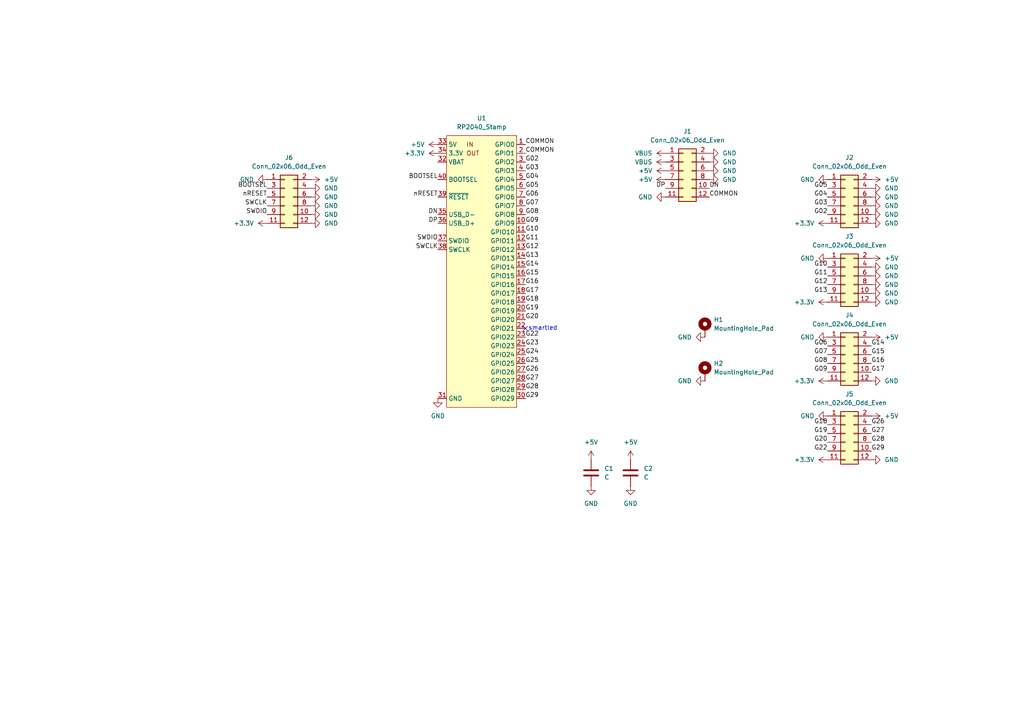
<source format=kicad_sch>
(kicad_sch (version 20231120) (generator "eeschema") (generator_version "8.0")
  (paper "A4")
  (lib_symbols
    (symbol "Connector_Generic:Conn_02x06_Odd_Even" (pin_names (offset 1.016) hide)
      (property "Reference" "J" (at 1.27 7.62 0))
      (property "Value" "Conn_02x06_Odd_Even" (at 1.27 -10.16 0))
      (symbol "Conn_02x06_Odd_Even_1_1"
        (rectangle (start -1.27 -7.493) (end 0 -7.747) (stroke (width 0.1524)))
        (rectangle (start -1.27 -4.953) (end 0 -5.207) (stroke (width 0.1524)))
        (rectangle (start -1.27 -2.413) (end 0 -2.667) (stroke (width 0.1524)))
        (rectangle (start -1.27 0.127) (end 0 -0.127) (stroke (width 0.1524)))
        (rectangle (start -1.27 2.667) (end 0 2.413) (stroke (width 0.1524)))
        (rectangle (start -1.27 5.207) (end 0 4.953) (stroke (width 0.1524)))
        (rectangle (start -1.27 6.35) (end 3.81 -8.89) (stroke (width 0.254)) (fill (type background)))
        (rectangle (start 3.81 -7.493) (end 2.54 -7.747) (stroke (width 0.1524)))
        (rectangle (start 3.81 -4.953) (end 2.54 -5.207) (stroke (width 0.1524)))
        (rectangle (start 3.81 -2.413) (end 2.54 -2.667) (stroke (width 0.1524)))
        (rectangle (start 3.81 0.127) (end 2.54 -0.127) (stroke (width 0.1524)))
        (rectangle (start 3.81 2.667) (end 2.54 2.413) (stroke (width 0.1524)))
        (rectangle (start 3.81 5.207) (end 2.54 4.953) (stroke (width 0.1524)))
        (pin passive line (at -5.08 5.08 0) (length 3.81) (name "Pin_1") (number "1"))
        (pin passive line (at 7.62 -5.08 180) (length 3.81) (name "Pin_10") (number "10"))
        (pin passive line (at -5.08 -7.62 0) (length 3.81) (name "Pin_11") (number "11"))
        (pin passive line (at 7.62 -7.62 180) (length 3.81) (name "Pin_12") (number "12"))
        (pin passive line (at 7.62 5.08 180) (length 3.81) (name "Pin_2") (number "2"))
        (pin passive line (at -5.08 2.54 0) (length 3.81) (name "Pin_3") (number "3"))
        (pin passive line (at 7.62 2.54 180) (length 3.81) (name "Pin_4") (number "4"))
        (pin passive line (at -5.08 0 0) (length 3.81) (name "Pin_5") (number "5"))
        (pin passive line (at 7.62 0 180) (length 3.81) (name "Pin_6") (number "6"))
        (pin passive line (at -5.08 -2.54 0) (length 3.81) (name "Pin_7") (number "7"))
        (pin passive line (at 7.62 -2.54 180) (length 3.81) (name "Pin_8") (number "8"))
        (pin passive line (at -5.08 -5.08 0) (length 3.81) (name "Pin_9") (number "9"))
      )
    )
    (symbol "Device:C" (pin_numbers hide) (pin_names (offset 0.254))
      (property "Reference" "C" (at 0.635 2.54 0))
      (property "Value" "C" (at 0.635 -2.54 0))
      (symbol "C_0_1"
        (polyline (pts (xy -2.032 -0.762) (xy 2.032 -0.762)) (stroke (width 0.508)))
        (polyline (pts (xy -2.032 0.762) (xy 2.032 0.762)) (stroke (width 0.508)))
      )
      (symbol "C_1_1"
        (pin passive line (at 0 3.81 270) (length 2.794) (name "~") (number "1"))
        (pin passive line (at 0 -3.81 90) (length 2.794) (name "~") (number "2"))
      )
    )
    (symbol "Mechanical:MountingHole_Pad" (pin_numbers hide) (pin_names (offset 1.016) hide) (exclude_from_sim yes) (in_bom no)
      (property "Reference" "H" (at 0 6.35 0))
      (property "Value" "MountingHole_Pad" (at 0 4.445 0))
      (symbol "MountingHole_Pad_0_1"
        (circle (center 0 1.27) (radius 1.27) (stroke (width 1.27)))
      )
      (symbol "MountingHole_Pad_1_1"
        (pin input line (at 0 -2.54 90) (length 2.54) (name "1") (number "1"))
      )
    )
    (symbol "RP2xxx_Stamp:RP2040_Stamp"
      (property "Reference" "U" (at 10.16 43.18 0))
      (property "Value" "RP2040_Stamp" (at 0 -38.1 0))
      (symbol "RP2040_Stamp_0_0"
        (text "IN" (at -4.445 39.37 0) (effects (font (size 1.27 1.27)) (justify left)))
        (text "OUT" (at -4.445 36.83 0) (effects (font (size 1.27 1.27)) (justify left)))
        (pin bidirectional line (at 12.7 39.37 180) (length 2.54) (name "GPIO0") (number "1"))
        (pin bidirectional line (at 12.7 16.51 180) (length 2.54) (name "GPIO9") (number "10"))
        (pin bidirectional line (at 12.7 13.97 180) (length 2.54) (name "GPIO10") (number "11"))
        (pin bidirectional line (at 12.7 11.43 180) (length 2.54) (name "GPIO11") (number "12"))
        (pin bidirectional line (at 12.7 8.89 180) (length 2.54) (name "GPIO12") (number "13"))
        (pin bidirectional line (at 12.7 6.35 180) (length 2.54) (name "GPIO13") (number "14"))
        (pin bidirectional line (at 12.7 3.81 180) (length 2.54) (name "GPIO14") (number "15"))
        (pin bidirectional line (at 12.7 1.27 180) (length 2.54) (name "GPIO15") (number "16"))
        (pin bidirectional line (at 12.7 -1.27 180) (length 2.54) (name "GPIO16") (number "17"))
        (pin bidirectional line (at 12.7 -3.81 180) (length 2.54) (name "GPIO17") (number "18"))
        (pin bidirectional line (at 12.7 -6.35 180) (length 2.54) (name "GPIO18") (number "19"))
        (pin bidirectional line (at 12.7 36.83 180) (length 2.54) (name "GPIO1") (number "2"))
        (pin bidirectional line (at 12.7 -8.89 180) (length 2.54) (name "GPIO19") (number "20"))
        (pin bidirectional line (at 12.7 -11.43 180) (length 2.54) (name "GPIO20") (number "21"))
        (pin bidirectional line (at 12.7 -13.97 180) (length 2.54) (name "GPIO21") (number "22"))
        (pin bidirectional line (at 12.7 -16.51 180) (length 2.54) (name "GPIO22") (number "23"))
        (pin bidirectional line (at 12.7 -19.05 180) (length 2.54) (name "GPIO23") (number "24"))
        (pin bidirectional line (at 12.7 -21.59 180) (length 2.54) (name "GPIO24") (number "25"))
        (pin bidirectional line (at 12.7 -24.13 180) (length 2.54) (name "GPIO25") (number "26"))
        (pin bidirectional line (at 12.7 -26.67 180) (length 2.54) (name "GPIO26") (number "27"))
        (pin bidirectional line (at 12.7 -29.21 180) (length 2.54) (name "GPIO27") (number "28"))
        (pin bidirectional line (at 12.7 -31.75 180) (length 2.54) (name "GPIO28") (number "29"))
        (pin bidirectional line (at 12.7 34.29 180) (length 2.54) (name "GPIO2") (number "3"))
        (pin bidirectional line (at 12.7 -34.29 180) (length 2.54) (name "GPIO29") (number "30"))
        (pin power_in line (at -12.7 -34.29 0) (length 2.54) (name "GND") (number "31"))
        (pin power_in line (at -12.7 34.29 0) (length 2.54) (name "VBAT") (number "32"))
        (pin power_in line (at -12.7 39.37 0) (length 2.54) (name "5V") (number "33"))
        (pin power_out line (at -12.7 36.83 0) (length 2.54) (name "3.3V") (number "34"))
        (pin bidirectional line (at -12.7 19.05 0) (length 2.54) (name "USB_D-") (number "35"))
        (pin bidirectional line (at -12.7 16.51 0) (length 2.54) (name "USB_D+") (number "36"))
        (pin bidirectional line (at -12.7 11.43 0) (length 2.54) (name "SWDIO") (number "37"))
        (pin input line (at -12.7 8.89 0) (length 2.54) (name "SWCLK") (number "38"))
        (pin bidirectional line (at -12.7 24.13 0) (length 2.54) (name "~{RESET}") (number "39"))
        (pin bidirectional line (at 12.7 31.75 180) (length 2.54) (name "GPIO3") (number "4"))
        (pin input line (at -12.7 29.21 0) (length 2.54) (name "BOOTSEL") (number "40"))
        (pin bidirectional line (at 12.7 29.21 180) (length 2.54) (name "GPIO4") (number "5"))
        (pin bidirectional line (at 12.7 26.67 180) (length 2.54) (name "GPIO5") (number "6"))
        (pin bidirectional line (at 12.7 24.13 180) (length 2.54) (name "GPIO6") (number "7"))
        (pin bidirectional line (at 12.7 21.59 180) (length 2.54) (name "GPIO7") (number "8"))
        (pin bidirectional line (at 12.7 19.05 180) (length 2.54) (name "GPIO8") (number "9"))
      )
      (symbol "RP2040_Stamp_0_1"
        (rectangle (start -10.16 41.91) (end 10.16 -36.83) (stroke (width 0.1524)) (fill (type background)))
      )
    )
    (symbol "power:+3.3V" (power) (pin_numbers hide) (pin_names (offset 0) hide)
      (property "Value" "+3.3V" (at 0 3.556 0))
      (symbol "+3.3V_0_1"
        (polyline (pts (xy -0.762 1.27) (xy 0 2.54)))
        (polyline (pts (xy 0 0) (xy 0 2.54)))
        (polyline (pts (xy 0 2.54) (xy 0.762 1.27)))
      )
      (symbol "+3.3V_1_1"
        (pin power_in line (at 0 0 90) (length 0) (name "~") (number "1"))
      )
    )
    (symbol "power:+5V" (power) (pin_numbers hide) (pin_names (offset 0) hide)
      (property "Value" "+5V" (at 0 3.556 0))
      (symbol "+5V_0_1"
        (polyline (pts (xy -0.762 1.27) (xy 0 2.54)))
        (polyline (pts (xy 0 0) (xy 0 2.54)))
        (polyline (pts (xy 0 2.54) (xy 0.762 1.27)))
      )
      (symbol "+5V_1_1"
        (pin power_in line (at 0 0 90) (length 0) (name "~") (number "1"))
      )
    )
    (symbol "power:GND" (power) (pin_numbers hide) (pin_names (offset 0) hide)
      (property "Value" "GND" (at 0 -3.81 0))
      (symbol "GND_0_1"
        (polyline (pts (xy 0 0) (xy 0 -1.27) (xy 1.27 -1.27) (xy 0 -2.54) (xy -1.27 -1.27) (xy 0 -1.27)))
      )
      (symbol "GND_1_1"
        (pin power_in line (at 0 0 270) (length 0) (name "~") (number "1"))
      )
    )
    (symbol "power:VBUS" (power) (pin_numbers hide) (pin_names (offset 0) hide)
      (property "Value" "VBUS" (at 0 3.556 0))
      (symbol "VBUS_0_1"
        (polyline (pts (xy -0.762 1.27) (xy 0 2.54)))
        (polyline (pts (xy 0 0) (xy 0 2.54)))
        (polyline (pts (xy 0 2.54) (xy 0.762 1.27)))
      )
      (symbol "VBUS_1_1"
        (pin power_in line (at 0 0 90) (length 0) (name "~") (number "1"))
      )
    )
  )
  (no_connect (at 152.4 95.25))
  (text "smartled" (at 157.48 95.25 0) (effects (font (size 1.27 1.27))))
  (label "G17" (at 152.4 85.09 0))
  (label "G16" (at 152.4 82.55 0))
  (label "nRESET" (at 127 57.15 180))
  (label "G12" (at 240.03 82.55 180))
  (label "G07" (at 240.03 102.87 180))
  (label "G27" (at 252.73 125.73 0))
  (label "G03" (at 152.4 49.53 0))
  (label "SWCLK" (at 77.47 59.69 180))
  (label "G10" (at 152.4 67.31 0))
  (label "G28" (at 152.4 113.03 0))
  (label "G23" (at 152.4 100.33 0))
  (label "G13" (at 240.03 85.09 180))
  (label "G10" (at 240.03 77.47 180))
  (label "G22" (at 152.4 97.79 0))
  (label "G04" (at 152.4 52.07 0))
  (label "BOOTSEL" (at 127 52.07 180))
  (label "G13" (at 152.4 74.93 0))
  (label "G09" (at 240.03 107.95 180))
  (label "G27" (at 152.4 110.49 0))
  (label "G19" (at 240.03 125.73 180))
  (label "G09" (at 152.4 64.77 0))
  (label "COMMON" (at 152.4 44.45 0))
  (label "G20" (at 152.4 92.71 0))
  (label "G14" (at 252.73 100.33 0))
  (label "G08" (at 240.03 105.41 180))
  (label "SWDIO" (at 127 69.85 180))
  (label "DP" (at 193.04 54.61 180))
  (label "BOOTSEL" (at 77.47 54.61 180))
  (label "G12" (at 152.4 72.39 0))
  (label "DN" (at 205.74 54.61 0))
  (label "G07" (at 152.4 59.69 0))
  (label "G20" (at 240.03 128.27 180))
  (label "G08" (at 152.4 62.23 0))
  (label "COMMON" (at 152.4 41.91 0))
  (label "G05" (at 152.4 54.61 0))
  (label "G18" (at 152.4 87.63 0))
  (label "G05" (at 240.03 54.61 180))
  (label "G24" (at 152.4 102.87 0))
  (label "G26" (at 152.4 107.95 0))
  (label "G02" (at 152.4 46.99 0))
  (label "G16" (at 252.73 105.41 0))
  (label "COMMON" (at 205.74 57.15 0))
  (label "G11" (at 240.03 80.01 180))
  (label "nRESET" (at 77.47 57.15 180))
  (label "DP" (at 127 64.77 180))
  (label "G29" (at 252.73 130.81 0))
  (label "G28" (at 252.73 128.27 0))
  (label "G29" (at 152.4 115.57 0))
  (label "G18" (at 240.03 123.19 180))
  (label "DN" (at 127 62.23 180))
  (label "G14" (at 152.4 77.47 0))
  (label "G06" (at 240.03 100.33 180))
  (label "G25" (at 152.4 105.41 0))
  (label "G11" (at 152.4 69.85 0))
  (label "G02" (at 240.03 62.23 180))
  (label "G03" (at 240.03 59.69 180))
  (label "G26" (at 252.73 123.19 0))
  (label "G15" (at 152.4 80.01 0))
  (label "G19" (at 152.4 90.17 0))
  (label "G06" (at 152.4 57.15 0))
  (label "G17" (at 252.73 107.95 0))
  (label "SWDIO" (at 77.47 62.23 180))
  (label "SWCLK" (at 127 72.39 180))
  (label "G15" (at 252.73 102.87 0))
  (label "G22" (at 240.03 130.81 180))
  (label "G04" (at 240.03 57.15 180))
  (symbol (lib_id "power:+5V") (at 252.73 97.79 270) (unit 1)
    (property "Reference" "#PWR027" (effects (hide yes)))
    (property "Value" "+5V" (at 256.54 97.7899 90) (effects (justify left)))
    (property "Description" "Power symbol creates a global label with name \"+5V\"" (effects (hide yes)))
  )
  (symbol (lib_id "power:+3.3V") (at 240.03 110.49 90) (unit 1)
    (property "Reference" "#PWR032" (effects (hide yes)))
    (property "Value" "+3.3V" (at 236.22 110.4899 90) (effects (justify left)))
    (property "Description" "Power symbol creates a global label with name \"+3.3V\"" (effects (hide yes)))
  )
  (symbol (lib_id "power:GND") (at 240.03 74.93 270) (unit 1)
    (property "Reference" "#PWR017" (effects (hide yes)))
    (property "Value" "GND" (at 236.22 74.9299 90) (effects (justify right)))
    (property "Description" "Power symbol creates a global label with name \"GND\" , ground" (effects (hide yes)))
  )
  (symbol (lib_id "power:GND") (at 127 115.57 0) (unit 1)
    (property "Reference" "#PWR01" (effects (hide yes)))
    (property "Value" "GND" (at 127 120.65 0))
    (property "Description" "Power symbol creates a global label with name \"GND\" , ground" (effects (hide yes)))
  )
  (symbol (lib_id "power:GND") (at 252.73 57.15 90) (unit 1)
    (property "Reference" "#PWR036" (effects (hide yes)))
    (property "Value" "GND" (at 256.54 57.1499 90) (effects (justify right)))
    (property "Description" "Power symbol creates a global label with name \"GND\" , ground" (effects (hide yes)))
  )
  (symbol (lib_id "power:+5V") (at 252.73 120.65 270) (unit 1)
    (property "Reference" "#PWR028" (effects (hide yes)))
    (property "Value" "+5V" (at 256.54 120.6499 90) (effects (justify left)))
    (property "Description" "Power symbol creates a global label with name \"+5V\"" (effects (hide yes)))
  )
  (symbol (lib_id "Mechanical:MountingHole_Pad") (at 204.47 95.25 0) (unit 1) (exclude_from_sim yes) (in_bom no)
    (property "Reference" "H1" (at 207.01 92.7099 0) (effects (justify left)))
    (property "Value" "MountingHole_Pad" (at 207.01 95.2499 0) (effects (justify left)))
    (property "Footprint" "MountingHole:MountingHole_3.2mm_M3_Pad_Via" (effects (hide yes)))
    (property "Description" "Mounting Hole with connection" (effects (hide yes)))
  )
  (symbol (lib_id "Connector_Generic:Conn_02x06_Odd_Even") (at 245.11 102.87 0) (unit 1)
    (property "Reference" "J4" (at 246.38 91.44 0))
    (property "Value" "Conn_02x06_Odd_Even" (at 246.38 93.98 0))
    (property "Footprint" "Connector_PinHeader_2.54mm:PinHeader_2x06_P2.54mm_Vertical_SMD" (effects (hide yes)))
    (property "Description" "Generic connector, double row, 02x06, odd/even pin numbering scheme (row 1 odd numbers, row 2 even numbers), script generated (kicad-library-utils/schlib/autogen/connector/)" (effects (hide yes)))
  )
  (symbol (lib_id "power:GND") (at 77.47 52.07 270) (unit 1)
    (property "Reference" "#PWR022" (effects (hide yes)))
    (property "Value" "GND" (at 73.66 52.0699 90) (effects (justify right)))
    (property "Description" "Power symbol creates a global label with name \"GND\" , ground" (effects (hide yes)))
  )
  (symbol (lib_id "power:+5V") (at 182.88 133.35 0) (unit 1)
    (property "Reference" "#PWR049" (effects (hide yes)))
    (property "Value" "+5V" (at 182.88 128.27 0))
    (property "Description" "Power symbol creates a global label with name \"+5V\"" (effects (hide yes)))
  )
  (symbol (lib_id "power:GND") (at 252.73 82.55 90) (unit 1)
    (property "Reference" "#PWR041" (effects (hide yes)))
    (property "Value" "GND" (at 256.54 82.5499 90) (effects (justify right)))
    (property "Description" "Power symbol creates a global label with name \"GND\" , ground" (effects (hide yes)))
  )
  (symbol (lib_id "power:+5V") (at 193.04 49.53 90) (unit 1)
    (property "Reference" "#PWR04" (effects (hide yes)))
    (property "Value" "+5V" (at 189.23 49.5299 90) (effects (justify left)))
    (property "Description" "Power symbol creates a global label with name \"+5V\"" (effects (hide yes)))
  )
  (symbol (lib_id "power:+5V") (at 171.45 133.35 0) (unit 1)
    (property "Reference" "#PWR047" (effects (hide yes)))
    (property "Value" "+5V" (at 171.45 128.27 0))
    (property "Description" "Power symbol creates a global label with name \"+5V\"" (effects (hide yes)))
  )
  (symbol (lib_id "power:GND") (at 90.17 62.23 90) (unit 1)
    (property "Reference" "#PWR045" (effects (hide yes)))
    (property "Value" "GND" (at 93.98 62.2299 90) (effects (justify right)))
    (property "Description" "Power symbol creates a global label with name \"GND\" , ground" (effects (hide yes)))
  )
  (symbol (lib_id "power:GND") (at 252.73 54.61 90) (unit 1)
    (property "Reference" "#PWR035" (effects (hide yes)))
    (property "Value" "GND" (at 256.54 54.6099 90) (effects (justify right)))
    (property "Description" "Power symbol creates a global label with name \"GND\" , ground" (effects (hide yes)))
  )
  (symbol (lib_id "power:GND") (at 252.73 133.35 90) (unit 1)
    (property "Reference" "#PWR021" (effects (hide yes)))
    (property "Value" "GND" (at 256.54 133.3499 90) (effects (justify right)))
    (property "Description" "Power symbol creates a global label with name \"GND\" , ground" (effects (hide yes)))
  )
  (symbol (lib_id "Connector_Generic:Conn_02x06_Odd_Even") (at 245.11 80.01 0) (unit 1)
    (property "Reference" "J3" (at 246.38 68.58 0))
    (property "Value" "Conn_02x06_Odd_Even" (at 246.38 71.12 0))
    (property "Footprint" "Connector_PinHeader_2.54mm:PinHeader_2x06_P2.54mm_Vertical_SMD" (effects (hide yes)))
    (property "Description" "Generic connector, double row, 02x06, odd/even pin numbering scheme (row 1 odd numbers, row 2 even numbers), script generated (kicad-library-utils/schlib/autogen/connector/)" (effects (hide yes)))
  )
  (symbol (lib_id "power:GND") (at 182.88 140.97 0) (unit 1)
    (property "Reference" "#PWR050" (effects (hide yes)))
    (property "Value" "GND" (at 182.88 146.05 0))
    (property "Description" "Power symbol creates a global label with name \"GND\" , ground" (effects (hide yes)))
  )
  (symbol (lib_id "power:GND") (at 240.03 52.07 270) (unit 1)
    (property "Reference" "#PWR015" (effects (hide yes)))
    (property "Value" "GND" (at 236.22 52.0699 90) (effects (justify right)))
    (property "Description" "Power symbol creates a global label with name \"GND\" , ground" (effects (hide yes)))
  )
  (symbol (lib_id "power:GND") (at 252.73 62.23 90) (unit 1)
    (property "Reference" "#PWR038" (effects (hide yes)))
    (property "Value" "GND" (at 256.54 62.2299 90) (effects (justify right)))
    (property "Description" "Power symbol creates a global label with name \"GND\" , ground" (effects (hide yes)))
  )
  (symbol (lib_id "power:GND") (at 205.74 49.53 90) (unit 1)
    (property "Reference" "#PWR09" (effects (hide yes)))
    (property "Value" "GND" (at 209.55 49.5299 90) (effects (justify right)))
    (property "Description" "Power symbol creates a global label with name \"GND\" , ground" (effects (hide yes)))
  )
  (symbol (lib_id "power:+5V") (at 252.73 52.07 270) (unit 1)
    (property "Reference" "#PWR025" (effects (hide yes)))
    (property "Value" "+5V" (at 256.54 52.0699 90) (effects (justify left)))
    (property "Description" "Power symbol creates a global label with name \"+5V\"" (effects (hide yes)))
  )
  (symbol (lib_id "Connector_Generic:Conn_02x06_Odd_Even") (at 245.11 57.15 0) (unit 1)
    (property "Reference" "J2" (at 246.38 45.72 0))
    (property "Value" "Conn_02x06_Odd_Even" (at 246.38 48.26 0))
    (property "Footprint" "Connector_PinHeader_2.54mm:PinHeader_2x06_P2.54mm_Vertical_SMD" (effects (hide yes)))
    (property "Description" "Generic connector, double row, 02x06, odd/even pin numbering scheme (row 1 odd numbers, row 2 even numbers), script generated (kicad-library-utils/schlib/autogen/connector/)" (effects (hide yes)))
  )
  (symbol (lib_id "Mechanical:MountingHole_Pad") (at 204.47 107.95 0) (unit 1) (exclude_from_sim yes) (in_bom no)
    (property "Reference" "H2" (at 207.01 105.4099 0) (effects (justify left)))
    (property "Value" "MountingHole_Pad" (at 207.01 107.9499 0) (effects (justify left)))
    (property "Footprint" "MountingHole:MountingHole_3.2mm_M3_Pad_Via" (effects (hide yes)))
    (property "Description" "Mounting Hole with connection" (effects (hide yes)))
  )
  (symbol (lib_id "power:+3.3V") (at 240.03 87.63 90) (unit 1)
    (property "Reference" "#PWR033" (effects (hide yes)))
    (property "Value" "+3.3V" (at 236.22 87.6299 90) (effects (justify left)))
    (property "Description" "Power symbol creates a global label with name \"+3.3V\"" (effects (hide yes)))
  )
  (symbol (lib_id "RP2xxx_Stamp:RP2040_Stamp") (at 139.7 81.28 0) (unit 1)
    (property "Reference" "U1" (at 139.7 34.29 0))
    (property "Value" "RP2040_Stamp" (at 139.7 36.83 0))
    (property "Footprint" "RP2xxx_Stamp:RP2xxx_Stamp_SMD" (effects (hide yes)))
  )
  (symbol (lib_id "power:+5V") (at 90.17 52.07 270) (unit 1)
    (property "Reference" "#PWR029" (effects (hide yes)))
    (property "Value" "+5V" (at 93.98 52.0699 90) (effects (justify left)))
    (property "Description" "Power symbol creates a global label with name \"+5V\"" (effects (hide yes)))
  )
  (symbol (lib_id "Device:C") (at 171.45 137.16 0) (unit 1)
    (property "Reference" "C1" (at 175.26 135.8899 0) (effects (justify left)))
    (property "Value" "C" (at 175.26 138.4299 0) (effects (justify left)))
    (property "Footprint" "Capacitor_SMD:C_0805_2012Metric" (effects (hide yes)))
    (property "Description" "Unpolarized capacitor" (effects (hide yes)))
  )
  (symbol (lib_id "power:GND") (at 252.73 87.63 90) (unit 1)
    (property "Reference" "#PWR018" (effects (hide yes)))
    (property "Value" "GND" (at 256.54 87.6299 90) (effects (justify right)))
    (property "Description" "Power symbol creates a global label with name \"GND\" , ground" (effects (hide yes)))
  )
  (symbol (lib_id "Connector_Generic:Conn_02x06_Odd_Even") (at 245.11 125.73 0) (unit 1)
    (property "Reference" "J5" (at 246.38 114.3 0))
    (property "Value" "Conn_02x06_Odd_Even" (at 246.38 116.84 0))
    (property "Footprint" "Connector_PinHeader_2.54mm:PinHeader_2x06_P2.54mm_Vertical_SMD" (effects (hide yes)))
    (property "Description" "Generic connector, double row, 02x06, odd/even pin numbering scheme (row 1 odd numbers, row 2 even numbers), script generated (kicad-library-utils/schlib/autogen/connector/)" (effects (hide yes)))
  )
  (symbol (lib_id "power:+5V") (at 252.73 74.93 270) (unit 1)
    (property "Reference" "#PWR026" (effects (hide yes)))
    (property "Value" "+5V" (at 256.54 74.9299 90) (effects (justify left)))
    (property "Description" "Power symbol creates a global label with name \"+5V\"" (effects (hide yes)))
  )
  (symbol (lib_id "power:GND") (at 240.03 120.65 270) (unit 1)
    (property "Reference" "#PWR023" (effects (hide yes)))
    (property "Value" "GND" (at 236.22 120.6499 90) (effects (justify right)))
    (property "Description" "Power symbol creates a global label with name \"GND\" , ground" (effects (hide yes)))
  )
  (symbol (lib_id "power:GND") (at 90.17 57.15 90) (unit 1)
    (property "Reference" "#PWR043" (effects (hide yes)))
    (property "Value" "GND" (at 93.98 57.1499 90) (effects (justify right)))
    (property "Description" "Power symbol creates a global label with name \"GND\" , ground" (effects (hide yes)))
  )
  (symbol (lib_id "power:GND") (at 252.73 80.01 90) (unit 1)
    (property "Reference" "#PWR040" (effects (hide yes)))
    (property "Value" "GND" (at 256.54 80.0099 90) (effects (justify right)))
    (property "Description" "Power symbol creates a global label with name \"GND\" , ground" (effects (hide yes)))
  )
  (symbol (lib_id "power:GND") (at 252.73 77.47 90) (unit 1)
    (property "Reference" "#PWR039" (effects (hide yes)))
    (property "Value" "GND" (at 256.54 77.4699 90) (effects (justify right)))
    (property "Description" "Power symbol creates a global label with name \"GND\" , ground" (effects (hide yes)))
  )
  (symbol (lib_id "power:+3.3V") (at 127 44.45 90) (unit 1)
    (property "Reference" "#PWR012" (effects (hide yes)))
    (property "Value" "+3.3V" (at 123.19 44.4499 90) (effects (justify left)))
    (property "Description" "Power symbol creates a global label with name \"+3.3V\"" (effects (hide yes)))
  )
  (symbol (lib_id "power:GND") (at 240.03 97.79 270) (unit 1)
    (property "Reference" "#PWR019" (effects (hide yes)))
    (property "Value" "GND" (at 236.22 97.7899 90) (effects (justify right)))
    (property "Description" "Power symbol creates a global label with name \"GND\" , ground" (effects (hide yes)))
  )
  (symbol (lib_id "power:GND") (at 204.47 97.79 270) (unit 1)
    (property "Reference" "#PWR013" (effects (hide yes)))
    (property "Value" "GND" (at 200.66 97.7899 90) (effects (justify right)))
    (property "Description" "Power symbol creates a global label with name \"GND\" , ground" (effects (hide yes)))
  )
  (symbol (lib_id "power:GND") (at 205.74 44.45 90) (unit 1)
    (property "Reference" "#PWR07" (effects (hide yes)))
    (property "Value" "GND" (at 209.55 44.4499 90) (effects (justify right)))
    (property "Description" "Power symbol creates a global label with name \"GND\" , ground" (effects (hide yes)))
  )
  (symbol (lib_id "power:GND") (at 204.47 110.49 270) (unit 1)
    (property "Reference" "#PWR014" (effects (hide yes)))
    (property "Value" "GND" (at 200.66 110.4899 90) (effects (justify right)))
    (property "Description" "Power symbol creates a global label with name \"GND\" , ground" (effects (hide yes)))
  )
  (symbol (lib_id "power:+3.3V") (at 77.47 64.77 90) (unit 1)
    (property "Reference" "#PWR024" (effects (hide yes)))
    (property "Value" "+3.3V" (at 73.66 64.7699 90) (effects (justify left)))
    (property "Description" "Power symbol creates a global label with name \"+3.3V\"" (effects (hide yes)))
  )
  (symbol (lib_id "power:GND") (at 90.17 54.61 90) (unit 1)
    (property "Reference" "#PWR030" (effects (hide yes)))
    (property "Value" "GND" (at 93.98 54.6099 90) (effects (justify right)))
    (property "Description" "Power symbol creates a global label with name \"GND\" , ground" (effects (hide yes)))
  )
  (symbol (lib_id "power:GND") (at 205.74 46.99 90) (unit 1)
    (property "Reference" "#PWR08" (effects (hide yes)))
    (property "Value" "GND" (at 209.55 46.9899 90) (effects (justify right)))
    (property "Description" "Power symbol creates a global label with name \"GND\" , ground" (effects (hide yes)))
  )
  (symbol (lib_id "power:+3.3V") (at 240.03 64.77 90) (unit 1)
    (property "Reference" "#PWR034" (effects (hide yes)))
    (property "Value" "+3.3V" (at 236.22 64.7699 90) (effects (justify left)))
    (property "Description" "Power symbol creates a global label with name \"+3.3V\"" (effects (hide yes)))
  )
  (symbol (lib_id "power:+3.3V") (at 240.03 133.35 90) (unit 1)
    (property "Reference" "#PWR031" (effects (hide yes)))
    (property "Value" "+3.3V" (at 236.22 133.3499 90) (effects (justify left)))
    (property "Description" "Power symbol creates a global label with name \"+3.3V\"" (effects (hide yes)))
  )
  (symbol (lib_id "power:GND") (at 252.73 64.77 90) (unit 1)
    (property "Reference" "#PWR016" (effects (hide yes)))
    (property "Value" "GND" (at 256.54 64.7699 90) (effects (justify right)))
    (property "Description" "Power symbol creates a global label with name \"GND\" , ground" (effects (hide yes)))
  )
  (symbol (lib_id "power:GND") (at 193.04 57.15 270) (unit 1)
    (property "Reference" "#PWR06" (effects (hide yes)))
    (property "Value" "GND" (at 189.23 57.1499 90) (effects (justify right)))
    (property "Description" "Power symbol creates a global label with name \"GND\" , ground" (effects (hide yes)))
  )
  (symbol (lib_id "power:VBUS") (at 193.04 44.45 90) (unit 1)
    (property "Reference" "#PWR02" (effects (hide yes)))
    (property "Value" "VBUS" (at 189.23 44.4499 90) (effects (justify left)))
    (property "Description" "Power symbol creates a global label with name \"VBUS\"" (effects (hide yes)))
  )
  (symbol (lib_id "power:GND") (at 90.17 59.69 90) (unit 1)
    (property "Reference" "#PWR044" (effects (hide yes)))
    (property "Value" "GND" (at 93.98 59.6899 90) (effects (justify right)))
    (property "Description" "Power symbol creates a global label with name \"GND\" , ground" (effects (hide yes)))
  )
  (symbol (lib_id "Device:C") (at 182.88 137.16 0) (unit 1)
    (property "Reference" "C2" (at 186.69 135.8899 0) (effects (justify left)))
    (property "Value" "C" (at 186.69 138.4299 0) (effects (justify left)))
    (property "Footprint" "Capacitor_THT:CP_Radial_D6.3mm_P2.50mm" (effects (hide yes)))
    (property "Description" "Unpolarized capacitor" (effects (hide yes)))
  )
  (symbol (lib_id "power:VBUS") (at 193.04 46.99 90) (unit 1)
    (property "Reference" "#PWR03" (effects (hide yes)))
    (property "Value" "VBUS" (at 189.23 46.9899 90) (effects (justify left)))
    (property "Description" "Power symbol creates a global label with name \"VBUS\"" (effects (hide yes)))
  )
  (symbol (lib_id "Connector_Generic:Conn_02x06_Odd_Even") (at 198.12 49.53 0) (unit 1)
    (property "Reference" "J1" (at 199.39 38.1 0))
    (property "Value" "Conn_02x06_Odd_Even" (at 199.39 40.64 0))
    (property "Footprint" "Connector_PinHeader_2.54mm:PinHeader_2x06_P2.54mm_Vertical_SMD" (effects (hide yes)))
    (property "Description" "Generic connector, double row, 02x06, odd/even pin numbering scheme (row 1 odd numbers, row 2 even numbers), script generated (kicad-library-utils/schlib/autogen/connector/)" (effects (hide yes)))
  )
  (symbol (lib_id "power:GND") (at 171.45 140.97 0) (unit 1)
    (property "Reference" "#PWR048" (effects (hide yes)))
    (property "Value" "GND" (at 171.45 146.05 0))
    (property "Description" "Power symbol creates a global label with name \"GND\" , ground" (effects (hide yes)))
  )
  (symbol (lib_id "Connector_Generic:Conn_02x06_Odd_Even") (at 82.55 57.15 0) (unit 1)
    (property "Reference" "J6" (at 83.82 45.72 0))
    (property "Value" "Conn_02x06_Odd_Even" (at 83.82 48.26 0))
    (property "Footprint" "Connector_PinHeader_2.54mm:PinHeader_2x06_P2.54mm_Vertical_SMD" (effects (hide yes)))
    (property "Description" "Generic connector, double row, 02x06, odd/even pin numbering scheme (row 1 odd numbers, row 2 even numbers), script generated (kicad-library-utils/schlib/autogen/connector/)" (effects (hide yes)))
  )
  (symbol (lib_id "power:+5V") (at 193.04 52.07 90) (unit 1)
    (property "Reference" "#PWR05" (effects (hide yes)))
    (property "Value" "+5V" (at 189.23 52.0699 90) (effects (justify left)))
    (property "Description" "Power symbol creates a global label with name \"+5V\"" (effects (hide yes)))
  )
  (symbol (lib_id "power:GND") (at 90.17 64.77 90) (unit 1)
    (property "Reference" "#PWR046" (effects (hide yes)))
    (property "Value" "GND" (at 93.98 64.7699 90) (effects (justify right)))
    (property "Description" "Power symbol creates a global label with name \"GND\" , ground" (effects (hide yes)))
  )
  (symbol (lib_id "power:GND") (at 252.73 59.69 90) (unit 1)
    (property "Reference" "#PWR037" (effects (hide yes)))
    (property "Value" "GND" (at 256.54 59.6899 90) (effects (justify right)))
    (property "Description" "Power symbol creates a global label with name \"GND\" , ground" (effects (hide yes)))
  )
  (symbol (lib_id "power:GND") (at 252.73 85.09 90) (unit 1)
    (property "Reference" "#PWR042" (effects (hide yes)))
    (property "Value" "GND" (at 256.54 85.0899 90) (effects (justify right)))
    (property "Description" "Power symbol creates a global label with name \"GND\" , ground" (effects (hide yes)))
  )
  (symbol (lib_id "power:+5V") (at 127 41.91 90) (unit 1)
    (property "Reference" "#PWR011" (effects (hide yes)))
    (property "Value" "+5V" (at 123.19 41.9099 90) (effects (justify left)))
    (property "Description" "Power symbol creates a global label with name \"+5V\"" (effects (hide yes)))
  )
  (symbol (lib_id "power:GND") (at 205.74 52.07 90) (unit 1)
    (property "Reference" "#PWR010" (effects (hide yes)))
    (property "Value" "GND" (at 209.55 52.0699 90) (effects (justify right)))
    (property "Description" "Power symbol creates a global label with name \"GND\" , ground" (effects (hide yes)))
  )
  (symbol (lib_id "power:GND") (at 252.73 110.49 90) (unit 1)
    (property "Reference" "#PWR020" (effects (hide yes)))
    (property "Value" "GND" (at 256.54 110.4899 90) (effects (justify right)))
    (property "Description" "Power symbol creates a global label with name \"GND\" , ground" (effects (hide yes)))
  )
)
</source>
